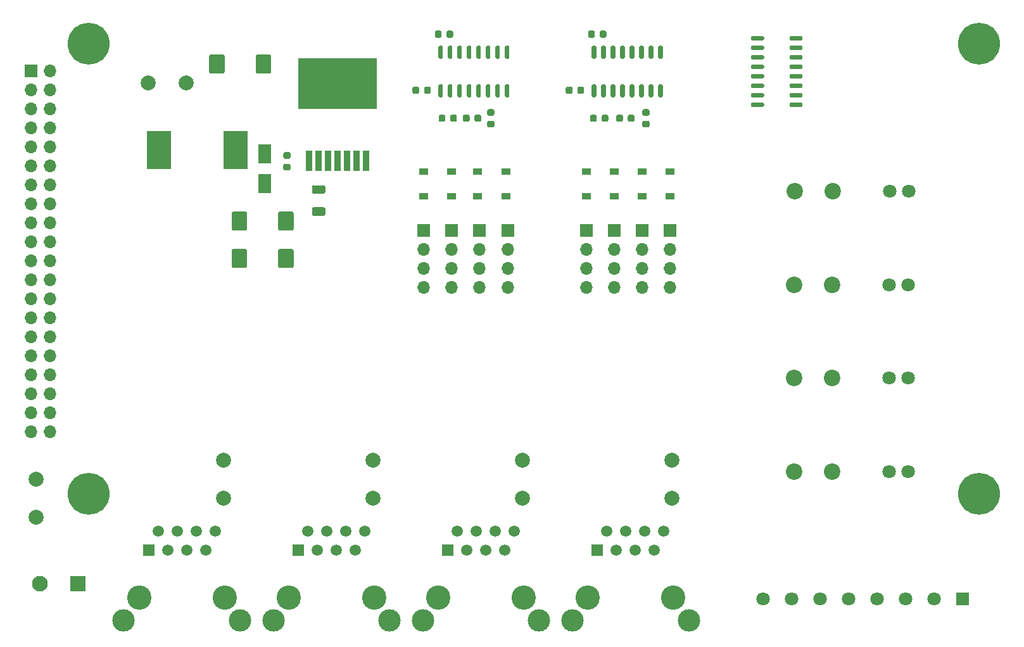
<source format=gts>
G04 #@! TF.GenerationSoftware,KiCad,Pcbnew,5.1.9*
G04 #@! TF.CreationDate,2021-02-24T22:30:28+01:00*
G04 #@! TF.ProjectId,rpi_module,7270695f-6d6f-4647-956c-652e6b696361,rev?*
G04 #@! TF.SameCoordinates,Original*
G04 #@! TF.FileFunction,Soldermask,Top*
G04 #@! TF.FilePolarity,Negative*
%FSLAX46Y46*%
G04 Gerber Fmt 4.6, Leading zero omitted, Abs format (unit mm)*
G04 Created by KiCad (PCBNEW 5.1.9) date 2021-02-24 22:30:28*
%MOMM*%
%LPD*%
G01*
G04 APERTURE LIST*
%ADD10R,3.300000X5.100000*%
%ADD11C,2.100000*%
%ADD12R,2.100000X2.100000*%
%ADD13C,1.800000*%
%ADD14R,1.800000X1.800000*%
%ADD15C,2.200000*%
%ADD16C,5.600000*%
%ADD17R,10.580000X6.840000*%
%ADD18R,0.890000X2.790000*%
%ADD19C,1.500000*%
%ADD20C,3.000000*%
%ADD21R,1.500000X1.500000*%
%ADD22C,3.250000*%
%ADD23O,1.700000X1.700000*%
%ADD24R,1.700000X1.700000*%
%ADD25C,2.000000*%
%ADD26R,1.200000X0.900000*%
%ADD27R,1.800000X2.500000*%
G04 APERTURE END LIST*
D10*
X219400000Y-83500000D03*
X229600000Y-83500000D03*
D11*
X203460000Y-141500000D03*
D12*
X208540000Y-141500000D03*
D13*
X300165000Y-143500000D03*
X303975000Y-143500000D03*
X307785000Y-143500000D03*
X311595000Y-143500000D03*
X315405000Y-143500000D03*
X319215000Y-143500000D03*
X323025000Y-143500000D03*
D14*
X326835000Y-143500000D03*
D13*
X319660000Y-89010500D03*
X317120000Y-89010500D03*
D15*
X304420000Y-89010500D03*
X309500000Y-89010500D03*
D13*
X319564500Y-101510500D03*
X317024500Y-101510500D03*
D15*
X304324500Y-101510500D03*
X309404500Y-101510500D03*
D13*
X319564500Y-114010500D03*
X317024500Y-114010500D03*
D15*
X304324500Y-114010500D03*
X309404500Y-114010500D03*
D13*
X319564500Y-126510500D03*
X317024500Y-126510500D03*
D15*
X304324500Y-126510500D03*
X309404500Y-126510500D03*
D16*
X329000000Y-129500000D03*
X329000000Y-69250000D03*
X210000000Y-69250000D03*
X210000000Y-129500000D03*
G36*
G01*
X303700000Y-68705000D02*
X303700000Y-68405000D01*
G75*
G02*
X303850000Y-68255000I150000J0D01*
G01*
X305300000Y-68255000D01*
G75*
G02*
X305450000Y-68405000I0J-150000D01*
G01*
X305450000Y-68705000D01*
G75*
G02*
X305300000Y-68855000I-150000J0D01*
G01*
X303850000Y-68855000D01*
G75*
G02*
X303700000Y-68705000I0J150000D01*
G01*
G37*
G36*
G01*
X303700000Y-69975000D02*
X303700000Y-69675000D01*
G75*
G02*
X303850000Y-69525000I150000J0D01*
G01*
X305300000Y-69525000D01*
G75*
G02*
X305450000Y-69675000I0J-150000D01*
G01*
X305450000Y-69975000D01*
G75*
G02*
X305300000Y-70125000I-150000J0D01*
G01*
X303850000Y-70125000D01*
G75*
G02*
X303700000Y-69975000I0J150000D01*
G01*
G37*
G36*
G01*
X303700000Y-71245000D02*
X303700000Y-70945000D01*
G75*
G02*
X303850000Y-70795000I150000J0D01*
G01*
X305300000Y-70795000D01*
G75*
G02*
X305450000Y-70945000I0J-150000D01*
G01*
X305450000Y-71245000D01*
G75*
G02*
X305300000Y-71395000I-150000J0D01*
G01*
X303850000Y-71395000D01*
G75*
G02*
X303700000Y-71245000I0J150000D01*
G01*
G37*
G36*
G01*
X303700000Y-72515000D02*
X303700000Y-72215000D01*
G75*
G02*
X303850000Y-72065000I150000J0D01*
G01*
X305300000Y-72065000D01*
G75*
G02*
X305450000Y-72215000I0J-150000D01*
G01*
X305450000Y-72515000D01*
G75*
G02*
X305300000Y-72665000I-150000J0D01*
G01*
X303850000Y-72665000D01*
G75*
G02*
X303700000Y-72515000I0J150000D01*
G01*
G37*
G36*
G01*
X303700000Y-73785000D02*
X303700000Y-73485000D01*
G75*
G02*
X303850000Y-73335000I150000J0D01*
G01*
X305300000Y-73335000D01*
G75*
G02*
X305450000Y-73485000I0J-150000D01*
G01*
X305450000Y-73785000D01*
G75*
G02*
X305300000Y-73935000I-150000J0D01*
G01*
X303850000Y-73935000D01*
G75*
G02*
X303700000Y-73785000I0J150000D01*
G01*
G37*
G36*
G01*
X303700000Y-75055000D02*
X303700000Y-74755000D01*
G75*
G02*
X303850000Y-74605000I150000J0D01*
G01*
X305300000Y-74605000D01*
G75*
G02*
X305450000Y-74755000I0J-150000D01*
G01*
X305450000Y-75055000D01*
G75*
G02*
X305300000Y-75205000I-150000J0D01*
G01*
X303850000Y-75205000D01*
G75*
G02*
X303700000Y-75055000I0J150000D01*
G01*
G37*
G36*
G01*
X303700000Y-76325000D02*
X303700000Y-76025000D01*
G75*
G02*
X303850000Y-75875000I150000J0D01*
G01*
X305300000Y-75875000D01*
G75*
G02*
X305450000Y-76025000I0J-150000D01*
G01*
X305450000Y-76325000D01*
G75*
G02*
X305300000Y-76475000I-150000J0D01*
G01*
X303850000Y-76475000D01*
G75*
G02*
X303700000Y-76325000I0J150000D01*
G01*
G37*
G36*
G01*
X303700000Y-77595000D02*
X303700000Y-77295000D01*
G75*
G02*
X303850000Y-77145000I150000J0D01*
G01*
X305300000Y-77145000D01*
G75*
G02*
X305450000Y-77295000I0J-150000D01*
G01*
X305450000Y-77595000D01*
G75*
G02*
X305300000Y-77745000I-150000J0D01*
G01*
X303850000Y-77745000D01*
G75*
G02*
X303700000Y-77595000I0J150000D01*
G01*
G37*
G36*
G01*
X298550000Y-77595000D02*
X298550000Y-77295000D01*
G75*
G02*
X298700000Y-77145000I150000J0D01*
G01*
X300150000Y-77145000D01*
G75*
G02*
X300300000Y-77295000I0J-150000D01*
G01*
X300300000Y-77595000D01*
G75*
G02*
X300150000Y-77745000I-150000J0D01*
G01*
X298700000Y-77745000D01*
G75*
G02*
X298550000Y-77595000I0J150000D01*
G01*
G37*
G36*
G01*
X298550000Y-76325000D02*
X298550000Y-76025000D01*
G75*
G02*
X298700000Y-75875000I150000J0D01*
G01*
X300150000Y-75875000D01*
G75*
G02*
X300300000Y-76025000I0J-150000D01*
G01*
X300300000Y-76325000D01*
G75*
G02*
X300150000Y-76475000I-150000J0D01*
G01*
X298700000Y-76475000D01*
G75*
G02*
X298550000Y-76325000I0J150000D01*
G01*
G37*
G36*
G01*
X298550000Y-75055000D02*
X298550000Y-74755000D01*
G75*
G02*
X298700000Y-74605000I150000J0D01*
G01*
X300150000Y-74605000D01*
G75*
G02*
X300300000Y-74755000I0J-150000D01*
G01*
X300300000Y-75055000D01*
G75*
G02*
X300150000Y-75205000I-150000J0D01*
G01*
X298700000Y-75205000D01*
G75*
G02*
X298550000Y-75055000I0J150000D01*
G01*
G37*
G36*
G01*
X298550000Y-73785000D02*
X298550000Y-73485000D01*
G75*
G02*
X298700000Y-73335000I150000J0D01*
G01*
X300150000Y-73335000D01*
G75*
G02*
X300300000Y-73485000I0J-150000D01*
G01*
X300300000Y-73785000D01*
G75*
G02*
X300150000Y-73935000I-150000J0D01*
G01*
X298700000Y-73935000D01*
G75*
G02*
X298550000Y-73785000I0J150000D01*
G01*
G37*
G36*
G01*
X298550000Y-72515000D02*
X298550000Y-72215000D01*
G75*
G02*
X298700000Y-72065000I150000J0D01*
G01*
X300150000Y-72065000D01*
G75*
G02*
X300300000Y-72215000I0J-150000D01*
G01*
X300300000Y-72515000D01*
G75*
G02*
X300150000Y-72665000I-150000J0D01*
G01*
X298700000Y-72665000D01*
G75*
G02*
X298550000Y-72515000I0J150000D01*
G01*
G37*
G36*
G01*
X298550000Y-71245000D02*
X298550000Y-70945000D01*
G75*
G02*
X298700000Y-70795000I150000J0D01*
G01*
X300150000Y-70795000D01*
G75*
G02*
X300300000Y-70945000I0J-150000D01*
G01*
X300300000Y-71245000D01*
G75*
G02*
X300150000Y-71395000I-150000J0D01*
G01*
X298700000Y-71395000D01*
G75*
G02*
X298550000Y-71245000I0J150000D01*
G01*
G37*
G36*
G01*
X298550000Y-69975000D02*
X298550000Y-69675000D01*
G75*
G02*
X298700000Y-69525000I150000J0D01*
G01*
X300150000Y-69525000D01*
G75*
G02*
X300300000Y-69675000I0J-150000D01*
G01*
X300300000Y-69975000D01*
G75*
G02*
X300150000Y-70125000I-150000J0D01*
G01*
X298700000Y-70125000D01*
G75*
G02*
X298550000Y-69975000I0J150000D01*
G01*
G37*
G36*
G01*
X298550000Y-68705000D02*
X298550000Y-68405000D01*
G75*
G02*
X298700000Y-68255000I150000J0D01*
G01*
X300150000Y-68255000D01*
G75*
G02*
X300300000Y-68405000I0J-150000D01*
G01*
X300300000Y-68705000D01*
G75*
G02*
X300150000Y-68855000I-150000J0D01*
G01*
X298700000Y-68855000D01*
G75*
G02*
X298550000Y-68705000I0J150000D01*
G01*
G37*
D17*
X243250000Y-74590000D03*
D18*
X247060000Y-84940000D03*
X245790000Y-84940000D03*
X244520000Y-84940000D03*
X243250000Y-84940000D03*
X241980000Y-84940000D03*
X240710000Y-84940000D03*
X239440000Y-84940000D03*
G36*
G01*
X277705000Y-71300000D02*
X277405000Y-71300000D01*
G75*
G02*
X277255000Y-71150000I0J150000D01*
G01*
X277255000Y-69700000D01*
G75*
G02*
X277405000Y-69550000I150000J0D01*
G01*
X277705000Y-69550000D01*
G75*
G02*
X277855000Y-69700000I0J-150000D01*
G01*
X277855000Y-71150000D01*
G75*
G02*
X277705000Y-71300000I-150000J0D01*
G01*
G37*
G36*
G01*
X278975000Y-71300000D02*
X278675000Y-71300000D01*
G75*
G02*
X278525000Y-71150000I0J150000D01*
G01*
X278525000Y-69700000D01*
G75*
G02*
X278675000Y-69550000I150000J0D01*
G01*
X278975000Y-69550000D01*
G75*
G02*
X279125000Y-69700000I0J-150000D01*
G01*
X279125000Y-71150000D01*
G75*
G02*
X278975000Y-71300000I-150000J0D01*
G01*
G37*
G36*
G01*
X280245000Y-71300000D02*
X279945000Y-71300000D01*
G75*
G02*
X279795000Y-71150000I0J150000D01*
G01*
X279795000Y-69700000D01*
G75*
G02*
X279945000Y-69550000I150000J0D01*
G01*
X280245000Y-69550000D01*
G75*
G02*
X280395000Y-69700000I0J-150000D01*
G01*
X280395000Y-71150000D01*
G75*
G02*
X280245000Y-71300000I-150000J0D01*
G01*
G37*
G36*
G01*
X281515000Y-71300000D02*
X281215000Y-71300000D01*
G75*
G02*
X281065000Y-71150000I0J150000D01*
G01*
X281065000Y-69700000D01*
G75*
G02*
X281215000Y-69550000I150000J0D01*
G01*
X281515000Y-69550000D01*
G75*
G02*
X281665000Y-69700000I0J-150000D01*
G01*
X281665000Y-71150000D01*
G75*
G02*
X281515000Y-71300000I-150000J0D01*
G01*
G37*
G36*
G01*
X282785000Y-71300000D02*
X282485000Y-71300000D01*
G75*
G02*
X282335000Y-71150000I0J150000D01*
G01*
X282335000Y-69700000D01*
G75*
G02*
X282485000Y-69550000I150000J0D01*
G01*
X282785000Y-69550000D01*
G75*
G02*
X282935000Y-69700000I0J-150000D01*
G01*
X282935000Y-71150000D01*
G75*
G02*
X282785000Y-71300000I-150000J0D01*
G01*
G37*
G36*
G01*
X284055000Y-71300000D02*
X283755000Y-71300000D01*
G75*
G02*
X283605000Y-71150000I0J150000D01*
G01*
X283605000Y-69700000D01*
G75*
G02*
X283755000Y-69550000I150000J0D01*
G01*
X284055000Y-69550000D01*
G75*
G02*
X284205000Y-69700000I0J-150000D01*
G01*
X284205000Y-71150000D01*
G75*
G02*
X284055000Y-71300000I-150000J0D01*
G01*
G37*
G36*
G01*
X285325000Y-71300000D02*
X285025000Y-71300000D01*
G75*
G02*
X284875000Y-71150000I0J150000D01*
G01*
X284875000Y-69700000D01*
G75*
G02*
X285025000Y-69550000I150000J0D01*
G01*
X285325000Y-69550000D01*
G75*
G02*
X285475000Y-69700000I0J-150000D01*
G01*
X285475000Y-71150000D01*
G75*
G02*
X285325000Y-71300000I-150000J0D01*
G01*
G37*
G36*
G01*
X286595000Y-71300000D02*
X286295000Y-71300000D01*
G75*
G02*
X286145000Y-71150000I0J150000D01*
G01*
X286145000Y-69700000D01*
G75*
G02*
X286295000Y-69550000I150000J0D01*
G01*
X286595000Y-69550000D01*
G75*
G02*
X286745000Y-69700000I0J-150000D01*
G01*
X286745000Y-71150000D01*
G75*
G02*
X286595000Y-71300000I-150000J0D01*
G01*
G37*
G36*
G01*
X286595000Y-76450000D02*
X286295000Y-76450000D01*
G75*
G02*
X286145000Y-76300000I0J150000D01*
G01*
X286145000Y-74850000D01*
G75*
G02*
X286295000Y-74700000I150000J0D01*
G01*
X286595000Y-74700000D01*
G75*
G02*
X286745000Y-74850000I0J-150000D01*
G01*
X286745000Y-76300000D01*
G75*
G02*
X286595000Y-76450000I-150000J0D01*
G01*
G37*
G36*
G01*
X285325000Y-76450000D02*
X285025000Y-76450000D01*
G75*
G02*
X284875000Y-76300000I0J150000D01*
G01*
X284875000Y-74850000D01*
G75*
G02*
X285025000Y-74700000I150000J0D01*
G01*
X285325000Y-74700000D01*
G75*
G02*
X285475000Y-74850000I0J-150000D01*
G01*
X285475000Y-76300000D01*
G75*
G02*
X285325000Y-76450000I-150000J0D01*
G01*
G37*
G36*
G01*
X284055000Y-76450000D02*
X283755000Y-76450000D01*
G75*
G02*
X283605000Y-76300000I0J150000D01*
G01*
X283605000Y-74850000D01*
G75*
G02*
X283755000Y-74700000I150000J0D01*
G01*
X284055000Y-74700000D01*
G75*
G02*
X284205000Y-74850000I0J-150000D01*
G01*
X284205000Y-76300000D01*
G75*
G02*
X284055000Y-76450000I-150000J0D01*
G01*
G37*
G36*
G01*
X282785000Y-76450000D02*
X282485000Y-76450000D01*
G75*
G02*
X282335000Y-76300000I0J150000D01*
G01*
X282335000Y-74850000D01*
G75*
G02*
X282485000Y-74700000I150000J0D01*
G01*
X282785000Y-74700000D01*
G75*
G02*
X282935000Y-74850000I0J-150000D01*
G01*
X282935000Y-76300000D01*
G75*
G02*
X282785000Y-76450000I-150000J0D01*
G01*
G37*
G36*
G01*
X281515000Y-76450000D02*
X281215000Y-76450000D01*
G75*
G02*
X281065000Y-76300000I0J150000D01*
G01*
X281065000Y-74850000D01*
G75*
G02*
X281215000Y-74700000I150000J0D01*
G01*
X281515000Y-74700000D01*
G75*
G02*
X281665000Y-74850000I0J-150000D01*
G01*
X281665000Y-76300000D01*
G75*
G02*
X281515000Y-76450000I-150000J0D01*
G01*
G37*
G36*
G01*
X280245000Y-76450000D02*
X279945000Y-76450000D01*
G75*
G02*
X279795000Y-76300000I0J150000D01*
G01*
X279795000Y-74850000D01*
G75*
G02*
X279945000Y-74700000I150000J0D01*
G01*
X280245000Y-74700000D01*
G75*
G02*
X280395000Y-74850000I0J-150000D01*
G01*
X280395000Y-76300000D01*
G75*
G02*
X280245000Y-76450000I-150000J0D01*
G01*
G37*
G36*
G01*
X278975000Y-76450000D02*
X278675000Y-76450000D01*
G75*
G02*
X278525000Y-76300000I0J150000D01*
G01*
X278525000Y-74850000D01*
G75*
G02*
X278675000Y-74700000I150000J0D01*
G01*
X278975000Y-74700000D01*
G75*
G02*
X279125000Y-74850000I0J-150000D01*
G01*
X279125000Y-76300000D01*
G75*
G02*
X278975000Y-76450000I-150000J0D01*
G01*
G37*
G36*
G01*
X277705000Y-76450000D02*
X277405000Y-76450000D01*
G75*
G02*
X277255000Y-76300000I0J150000D01*
G01*
X277255000Y-74850000D01*
G75*
G02*
X277405000Y-74700000I150000J0D01*
G01*
X277705000Y-74700000D01*
G75*
G02*
X277855000Y-74850000I0J-150000D01*
G01*
X277855000Y-76300000D01*
G75*
G02*
X277705000Y-76450000I-150000J0D01*
G01*
G37*
G36*
G01*
X257205000Y-71300000D02*
X256905000Y-71300000D01*
G75*
G02*
X256755000Y-71150000I0J150000D01*
G01*
X256755000Y-69700000D01*
G75*
G02*
X256905000Y-69550000I150000J0D01*
G01*
X257205000Y-69550000D01*
G75*
G02*
X257355000Y-69700000I0J-150000D01*
G01*
X257355000Y-71150000D01*
G75*
G02*
X257205000Y-71300000I-150000J0D01*
G01*
G37*
G36*
G01*
X258475000Y-71300000D02*
X258175000Y-71300000D01*
G75*
G02*
X258025000Y-71150000I0J150000D01*
G01*
X258025000Y-69700000D01*
G75*
G02*
X258175000Y-69550000I150000J0D01*
G01*
X258475000Y-69550000D01*
G75*
G02*
X258625000Y-69700000I0J-150000D01*
G01*
X258625000Y-71150000D01*
G75*
G02*
X258475000Y-71300000I-150000J0D01*
G01*
G37*
G36*
G01*
X259745000Y-71300000D02*
X259445000Y-71300000D01*
G75*
G02*
X259295000Y-71150000I0J150000D01*
G01*
X259295000Y-69700000D01*
G75*
G02*
X259445000Y-69550000I150000J0D01*
G01*
X259745000Y-69550000D01*
G75*
G02*
X259895000Y-69700000I0J-150000D01*
G01*
X259895000Y-71150000D01*
G75*
G02*
X259745000Y-71300000I-150000J0D01*
G01*
G37*
G36*
G01*
X261015000Y-71300000D02*
X260715000Y-71300000D01*
G75*
G02*
X260565000Y-71150000I0J150000D01*
G01*
X260565000Y-69700000D01*
G75*
G02*
X260715000Y-69550000I150000J0D01*
G01*
X261015000Y-69550000D01*
G75*
G02*
X261165000Y-69700000I0J-150000D01*
G01*
X261165000Y-71150000D01*
G75*
G02*
X261015000Y-71300000I-150000J0D01*
G01*
G37*
G36*
G01*
X262285000Y-71300000D02*
X261985000Y-71300000D01*
G75*
G02*
X261835000Y-71150000I0J150000D01*
G01*
X261835000Y-69700000D01*
G75*
G02*
X261985000Y-69550000I150000J0D01*
G01*
X262285000Y-69550000D01*
G75*
G02*
X262435000Y-69700000I0J-150000D01*
G01*
X262435000Y-71150000D01*
G75*
G02*
X262285000Y-71300000I-150000J0D01*
G01*
G37*
G36*
G01*
X263555000Y-71300000D02*
X263255000Y-71300000D01*
G75*
G02*
X263105000Y-71150000I0J150000D01*
G01*
X263105000Y-69700000D01*
G75*
G02*
X263255000Y-69550000I150000J0D01*
G01*
X263555000Y-69550000D01*
G75*
G02*
X263705000Y-69700000I0J-150000D01*
G01*
X263705000Y-71150000D01*
G75*
G02*
X263555000Y-71300000I-150000J0D01*
G01*
G37*
G36*
G01*
X264825000Y-71300000D02*
X264525000Y-71300000D01*
G75*
G02*
X264375000Y-71150000I0J150000D01*
G01*
X264375000Y-69700000D01*
G75*
G02*
X264525000Y-69550000I150000J0D01*
G01*
X264825000Y-69550000D01*
G75*
G02*
X264975000Y-69700000I0J-150000D01*
G01*
X264975000Y-71150000D01*
G75*
G02*
X264825000Y-71300000I-150000J0D01*
G01*
G37*
G36*
G01*
X266095000Y-71300000D02*
X265795000Y-71300000D01*
G75*
G02*
X265645000Y-71150000I0J150000D01*
G01*
X265645000Y-69700000D01*
G75*
G02*
X265795000Y-69550000I150000J0D01*
G01*
X266095000Y-69550000D01*
G75*
G02*
X266245000Y-69700000I0J-150000D01*
G01*
X266245000Y-71150000D01*
G75*
G02*
X266095000Y-71300000I-150000J0D01*
G01*
G37*
G36*
G01*
X266095000Y-76450000D02*
X265795000Y-76450000D01*
G75*
G02*
X265645000Y-76300000I0J150000D01*
G01*
X265645000Y-74850000D01*
G75*
G02*
X265795000Y-74700000I150000J0D01*
G01*
X266095000Y-74700000D01*
G75*
G02*
X266245000Y-74850000I0J-150000D01*
G01*
X266245000Y-76300000D01*
G75*
G02*
X266095000Y-76450000I-150000J0D01*
G01*
G37*
G36*
G01*
X264825000Y-76450000D02*
X264525000Y-76450000D01*
G75*
G02*
X264375000Y-76300000I0J150000D01*
G01*
X264375000Y-74850000D01*
G75*
G02*
X264525000Y-74700000I150000J0D01*
G01*
X264825000Y-74700000D01*
G75*
G02*
X264975000Y-74850000I0J-150000D01*
G01*
X264975000Y-76300000D01*
G75*
G02*
X264825000Y-76450000I-150000J0D01*
G01*
G37*
G36*
G01*
X263555000Y-76450000D02*
X263255000Y-76450000D01*
G75*
G02*
X263105000Y-76300000I0J150000D01*
G01*
X263105000Y-74850000D01*
G75*
G02*
X263255000Y-74700000I150000J0D01*
G01*
X263555000Y-74700000D01*
G75*
G02*
X263705000Y-74850000I0J-150000D01*
G01*
X263705000Y-76300000D01*
G75*
G02*
X263555000Y-76450000I-150000J0D01*
G01*
G37*
G36*
G01*
X262285000Y-76450000D02*
X261985000Y-76450000D01*
G75*
G02*
X261835000Y-76300000I0J150000D01*
G01*
X261835000Y-74850000D01*
G75*
G02*
X261985000Y-74700000I150000J0D01*
G01*
X262285000Y-74700000D01*
G75*
G02*
X262435000Y-74850000I0J-150000D01*
G01*
X262435000Y-76300000D01*
G75*
G02*
X262285000Y-76450000I-150000J0D01*
G01*
G37*
G36*
G01*
X261015000Y-76450000D02*
X260715000Y-76450000D01*
G75*
G02*
X260565000Y-76300000I0J150000D01*
G01*
X260565000Y-74850000D01*
G75*
G02*
X260715000Y-74700000I150000J0D01*
G01*
X261015000Y-74700000D01*
G75*
G02*
X261165000Y-74850000I0J-150000D01*
G01*
X261165000Y-76300000D01*
G75*
G02*
X261015000Y-76450000I-150000J0D01*
G01*
G37*
G36*
G01*
X259745000Y-76450000D02*
X259445000Y-76450000D01*
G75*
G02*
X259295000Y-76300000I0J150000D01*
G01*
X259295000Y-74850000D01*
G75*
G02*
X259445000Y-74700000I150000J0D01*
G01*
X259745000Y-74700000D01*
G75*
G02*
X259895000Y-74850000I0J-150000D01*
G01*
X259895000Y-76300000D01*
G75*
G02*
X259745000Y-76450000I-150000J0D01*
G01*
G37*
G36*
G01*
X258475000Y-76450000D02*
X258175000Y-76450000D01*
G75*
G02*
X258025000Y-76300000I0J150000D01*
G01*
X258025000Y-74850000D01*
G75*
G02*
X258175000Y-74700000I150000J0D01*
G01*
X258475000Y-74700000D01*
G75*
G02*
X258625000Y-74850000I0J-150000D01*
G01*
X258625000Y-76300000D01*
G75*
G02*
X258475000Y-76450000I-150000J0D01*
G01*
G37*
G36*
G01*
X257205000Y-76450000D02*
X256905000Y-76450000D01*
G75*
G02*
X256755000Y-76300000I0J150000D01*
G01*
X256755000Y-74850000D01*
G75*
G02*
X256905000Y-74700000I150000J0D01*
G01*
X257205000Y-74700000D01*
G75*
G02*
X257355000Y-74850000I0J-150000D01*
G01*
X257355000Y-76300000D01*
G75*
G02*
X257205000Y-76450000I-150000J0D01*
G01*
G37*
D19*
X284350000Y-134460000D03*
X286890000Y-134460000D03*
D20*
X274675000Y-146400000D03*
D19*
X279270000Y-134460000D03*
D21*
X278000000Y-137000000D03*
D19*
X285620000Y-137000000D03*
X281810000Y-134460000D03*
X283080000Y-137000000D03*
X280540000Y-137000000D03*
D22*
X276730000Y-143350000D03*
D20*
X290215000Y-146400000D03*
D22*
X288160000Y-143350000D03*
D19*
X264350000Y-134460000D03*
X266890000Y-134460000D03*
D20*
X254675000Y-146400000D03*
D19*
X259270000Y-134460000D03*
D21*
X258000000Y-137000000D03*
D19*
X265620000Y-137000000D03*
X261810000Y-134460000D03*
X263080000Y-137000000D03*
X260540000Y-137000000D03*
D22*
X256730000Y-143350000D03*
D20*
X270215000Y-146400000D03*
D22*
X268160000Y-143350000D03*
D19*
X244350000Y-134460000D03*
X246890000Y-134460000D03*
D20*
X234675000Y-146400000D03*
D19*
X239270000Y-134460000D03*
D21*
X238000000Y-137000000D03*
D19*
X245620000Y-137000000D03*
X241810000Y-134460000D03*
X243080000Y-137000000D03*
X240540000Y-137000000D03*
D22*
X236730000Y-143350000D03*
D20*
X250215000Y-146400000D03*
D22*
X248160000Y-143350000D03*
D19*
X224350000Y-134460000D03*
X226890000Y-134460000D03*
D20*
X214675000Y-146400000D03*
D19*
X219270000Y-134460000D03*
D21*
X218000000Y-137000000D03*
D19*
X225620000Y-137000000D03*
X221810000Y-134460000D03*
X223080000Y-137000000D03*
X220540000Y-137000000D03*
D22*
X216730000Y-143350000D03*
D20*
X230215000Y-146400000D03*
D22*
X228160000Y-143350000D03*
D23*
X287750000Y-101870000D03*
X287750000Y-99330000D03*
X287750000Y-96790000D03*
D24*
X287750000Y-94250000D03*
D23*
X284000000Y-101870000D03*
X284000000Y-99330000D03*
X284000000Y-96790000D03*
D24*
X284000000Y-94250000D03*
D23*
X280250000Y-101870000D03*
X280250000Y-99330000D03*
X280250000Y-96790000D03*
D24*
X280250000Y-94250000D03*
D23*
X276500000Y-101870000D03*
X276500000Y-99330000D03*
X276500000Y-96790000D03*
D24*
X276500000Y-94250000D03*
D23*
X266000000Y-101870000D03*
X266000000Y-99330000D03*
X266000000Y-96790000D03*
D24*
X266000000Y-94250000D03*
D23*
X262250000Y-101870000D03*
X262250000Y-99330000D03*
X262250000Y-96790000D03*
D24*
X262250000Y-94250000D03*
D23*
X258500000Y-101870000D03*
X258500000Y-99330000D03*
X258500000Y-96790000D03*
D24*
X258500000Y-94250000D03*
D23*
X254750000Y-101870000D03*
X254750000Y-99330000D03*
X254750000Y-96790000D03*
D24*
X254750000Y-94250000D03*
D25*
X287990000Y-130080000D03*
X288000000Y-125000000D03*
X267990000Y-130080000D03*
X268000000Y-125000000D03*
X247990000Y-130080000D03*
X248000000Y-125000000D03*
X227990000Y-130080000D03*
X228000000Y-125000000D03*
X217920000Y-74490000D03*
X223000000Y-74500000D03*
X202990000Y-132580000D03*
X203000000Y-127500000D03*
D26*
X287750000Y-86350000D03*
X287750000Y-89650000D03*
X284000000Y-86350000D03*
X284000000Y-89650000D03*
X280250000Y-86350000D03*
X280250000Y-89650000D03*
X276500000Y-86350000D03*
X276500000Y-89650000D03*
X265750000Y-86350000D03*
X265750000Y-89650000D03*
X262000000Y-86350000D03*
X262000000Y-89650000D03*
X258500000Y-86350000D03*
X258500000Y-89650000D03*
X254750000Y-86350000D03*
X254750000Y-89650000D03*
D27*
X233500000Y-88000000D03*
X233500000Y-84000000D03*
G36*
G01*
X232325000Y-73025000D02*
X232325000Y-70975000D01*
G75*
G02*
X232575000Y-70725000I250000J0D01*
G01*
X234150000Y-70725000D01*
G75*
G02*
X234400000Y-70975000I0J-250000D01*
G01*
X234400000Y-73025000D01*
G75*
G02*
X234150000Y-73275000I-250000J0D01*
G01*
X232575000Y-73275000D01*
G75*
G02*
X232325000Y-73025000I0J250000D01*
G01*
G37*
G36*
G01*
X226100000Y-73025000D02*
X226100000Y-70975000D01*
G75*
G02*
X226350000Y-70725000I250000J0D01*
G01*
X227925000Y-70725000D01*
G75*
G02*
X228175000Y-70975000I0J-250000D01*
G01*
X228175000Y-73025000D01*
G75*
G02*
X227925000Y-73275000I-250000J0D01*
G01*
X226350000Y-73275000D01*
G75*
G02*
X226100000Y-73025000I0J250000D01*
G01*
G37*
G36*
G01*
X236250000Y-85325000D02*
X236750000Y-85325000D01*
G75*
G02*
X236975000Y-85550000I0J-225000D01*
G01*
X236975000Y-86000000D01*
G75*
G02*
X236750000Y-86225000I-225000J0D01*
G01*
X236250000Y-86225000D01*
G75*
G02*
X236025000Y-86000000I0J225000D01*
G01*
X236025000Y-85550000D01*
G75*
G02*
X236250000Y-85325000I225000J0D01*
G01*
G37*
G36*
G01*
X236250000Y-83775000D02*
X236750000Y-83775000D01*
G75*
G02*
X236975000Y-84000000I0J-225000D01*
G01*
X236975000Y-84450000D01*
G75*
G02*
X236750000Y-84675000I-225000J0D01*
G01*
X236250000Y-84675000D01*
G75*
G02*
X236025000Y-84450000I0J225000D01*
G01*
X236025000Y-84000000D01*
G75*
G02*
X236250000Y-83775000I225000J0D01*
G01*
G37*
G36*
G01*
X241400001Y-89350000D02*
X240099999Y-89350000D01*
G75*
G02*
X239850000Y-89100001I0J249999D01*
G01*
X239850000Y-88449999D01*
G75*
G02*
X240099999Y-88200000I249999J0D01*
G01*
X241400001Y-88200000D01*
G75*
G02*
X241650000Y-88449999I0J-249999D01*
G01*
X241650000Y-89100001D01*
G75*
G02*
X241400001Y-89350000I-249999J0D01*
G01*
G37*
G36*
G01*
X241400001Y-92300000D02*
X240099999Y-92300000D01*
G75*
G02*
X239850000Y-92050001I0J249999D01*
G01*
X239850000Y-91399999D01*
G75*
G02*
X240099999Y-91150000I249999J0D01*
G01*
X241400001Y-91150000D01*
G75*
G02*
X241650000Y-91399999I0J-249999D01*
G01*
X241650000Y-92050001D01*
G75*
G02*
X241400001Y-92300000I-249999J0D01*
G01*
G37*
G36*
G01*
X231175000Y-91975000D02*
X231175000Y-94025000D01*
G75*
G02*
X230925000Y-94275000I-250000J0D01*
G01*
X229350000Y-94275000D01*
G75*
G02*
X229100000Y-94025000I0J250000D01*
G01*
X229100000Y-91975000D01*
G75*
G02*
X229350000Y-91725000I250000J0D01*
G01*
X230925000Y-91725000D01*
G75*
G02*
X231175000Y-91975000I0J-250000D01*
G01*
G37*
G36*
G01*
X237400000Y-91975000D02*
X237400000Y-94025000D01*
G75*
G02*
X237150000Y-94275000I-250000J0D01*
G01*
X235575000Y-94275000D01*
G75*
G02*
X235325000Y-94025000I0J250000D01*
G01*
X235325000Y-91975000D01*
G75*
G02*
X235575000Y-91725000I250000J0D01*
G01*
X237150000Y-91725000D01*
G75*
G02*
X237400000Y-91975000I0J-250000D01*
G01*
G37*
G36*
G01*
X231175000Y-96975000D02*
X231175000Y-99025000D01*
G75*
G02*
X230925000Y-99275000I-250000J0D01*
G01*
X229350000Y-99275000D01*
G75*
G02*
X229100000Y-99025000I0J250000D01*
G01*
X229100000Y-96975000D01*
G75*
G02*
X229350000Y-96725000I250000J0D01*
G01*
X230925000Y-96725000D01*
G75*
G02*
X231175000Y-96975000I0J-250000D01*
G01*
G37*
G36*
G01*
X237400000Y-96975000D02*
X237400000Y-99025000D01*
G75*
G02*
X237150000Y-99275000I-250000J0D01*
G01*
X235575000Y-99275000D01*
G75*
G02*
X235325000Y-99025000I0J250000D01*
G01*
X235325000Y-96975000D01*
G75*
G02*
X235575000Y-96725000I250000J0D01*
G01*
X237150000Y-96725000D01*
G75*
G02*
X237400000Y-96975000I0J-250000D01*
G01*
G37*
G36*
G01*
X277675000Y-67750000D02*
X277675000Y-68250000D01*
G75*
G02*
X277450000Y-68475000I-225000J0D01*
G01*
X277000000Y-68475000D01*
G75*
G02*
X276775000Y-68250000I0J225000D01*
G01*
X276775000Y-67750000D01*
G75*
G02*
X277000000Y-67525000I225000J0D01*
G01*
X277450000Y-67525000D01*
G75*
G02*
X277675000Y-67750000I0J-225000D01*
G01*
G37*
G36*
G01*
X279225000Y-67750000D02*
X279225000Y-68250000D01*
G75*
G02*
X279000000Y-68475000I-225000J0D01*
G01*
X278550000Y-68475000D01*
G75*
G02*
X278325000Y-68250000I0J225000D01*
G01*
X278325000Y-67750000D01*
G75*
G02*
X278550000Y-67525000I225000J0D01*
G01*
X279000000Y-67525000D01*
G75*
G02*
X279225000Y-67750000I0J-225000D01*
G01*
G37*
G36*
G01*
X284750000Y-78925000D02*
X284250000Y-78925000D01*
G75*
G02*
X284025000Y-78700000I0J225000D01*
G01*
X284025000Y-78250000D01*
G75*
G02*
X284250000Y-78025000I225000J0D01*
G01*
X284750000Y-78025000D01*
G75*
G02*
X284975000Y-78250000I0J-225000D01*
G01*
X284975000Y-78700000D01*
G75*
G02*
X284750000Y-78925000I-225000J0D01*
G01*
G37*
G36*
G01*
X284750000Y-80475000D02*
X284250000Y-80475000D01*
G75*
G02*
X284025000Y-80250000I0J225000D01*
G01*
X284025000Y-79800000D01*
G75*
G02*
X284250000Y-79575000I225000J0D01*
G01*
X284750000Y-79575000D01*
G75*
G02*
X284975000Y-79800000I0J-225000D01*
G01*
X284975000Y-80250000D01*
G75*
G02*
X284750000Y-80475000I-225000J0D01*
G01*
G37*
G36*
G01*
X275325000Y-75750000D02*
X275325000Y-75250000D01*
G75*
G02*
X275550000Y-75025000I225000J0D01*
G01*
X276000000Y-75025000D01*
G75*
G02*
X276225000Y-75250000I0J-225000D01*
G01*
X276225000Y-75750000D01*
G75*
G02*
X276000000Y-75975000I-225000J0D01*
G01*
X275550000Y-75975000D01*
G75*
G02*
X275325000Y-75750000I0J225000D01*
G01*
G37*
G36*
G01*
X273775000Y-75750000D02*
X273775000Y-75250000D01*
G75*
G02*
X274000000Y-75025000I225000J0D01*
G01*
X274450000Y-75025000D01*
G75*
G02*
X274675000Y-75250000I0J-225000D01*
G01*
X274675000Y-75750000D01*
G75*
G02*
X274450000Y-75975000I-225000J0D01*
G01*
X274000000Y-75975000D01*
G75*
G02*
X273775000Y-75750000I0J225000D01*
G01*
G37*
G36*
G01*
X282075000Y-79500000D02*
X282075000Y-79000000D01*
G75*
G02*
X282300000Y-78775000I225000J0D01*
G01*
X282750000Y-78775000D01*
G75*
G02*
X282975000Y-79000000I0J-225000D01*
G01*
X282975000Y-79500000D01*
G75*
G02*
X282750000Y-79725000I-225000J0D01*
G01*
X282300000Y-79725000D01*
G75*
G02*
X282075000Y-79500000I0J225000D01*
G01*
G37*
G36*
G01*
X280525000Y-79500000D02*
X280525000Y-79000000D01*
G75*
G02*
X280750000Y-78775000I225000J0D01*
G01*
X281200000Y-78775000D01*
G75*
G02*
X281425000Y-79000000I0J-225000D01*
G01*
X281425000Y-79500000D01*
G75*
G02*
X281200000Y-79725000I-225000J0D01*
G01*
X280750000Y-79725000D01*
G75*
G02*
X280525000Y-79500000I0J225000D01*
G01*
G37*
G36*
G01*
X278575000Y-79500000D02*
X278575000Y-79000000D01*
G75*
G02*
X278800000Y-78775000I225000J0D01*
G01*
X279250000Y-78775000D01*
G75*
G02*
X279475000Y-79000000I0J-225000D01*
G01*
X279475000Y-79500000D01*
G75*
G02*
X279250000Y-79725000I-225000J0D01*
G01*
X278800000Y-79725000D01*
G75*
G02*
X278575000Y-79500000I0J225000D01*
G01*
G37*
G36*
G01*
X277025000Y-79500000D02*
X277025000Y-79000000D01*
G75*
G02*
X277250000Y-78775000I225000J0D01*
G01*
X277700000Y-78775000D01*
G75*
G02*
X277925000Y-79000000I0J-225000D01*
G01*
X277925000Y-79500000D01*
G75*
G02*
X277700000Y-79725000I-225000J0D01*
G01*
X277250000Y-79725000D01*
G75*
G02*
X277025000Y-79500000I0J225000D01*
G01*
G37*
G36*
G01*
X257175000Y-67750000D02*
X257175000Y-68250000D01*
G75*
G02*
X256950000Y-68475000I-225000J0D01*
G01*
X256500000Y-68475000D01*
G75*
G02*
X256275000Y-68250000I0J225000D01*
G01*
X256275000Y-67750000D01*
G75*
G02*
X256500000Y-67525000I225000J0D01*
G01*
X256950000Y-67525000D01*
G75*
G02*
X257175000Y-67750000I0J-225000D01*
G01*
G37*
G36*
G01*
X258725000Y-67750000D02*
X258725000Y-68250000D01*
G75*
G02*
X258500000Y-68475000I-225000J0D01*
G01*
X258050000Y-68475000D01*
G75*
G02*
X257825000Y-68250000I0J225000D01*
G01*
X257825000Y-67750000D01*
G75*
G02*
X258050000Y-67525000I225000J0D01*
G01*
X258500000Y-67525000D01*
G75*
G02*
X258725000Y-67750000I0J-225000D01*
G01*
G37*
G36*
G01*
X264000000Y-78925000D02*
X263500000Y-78925000D01*
G75*
G02*
X263275000Y-78700000I0J225000D01*
G01*
X263275000Y-78250000D01*
G75*
G02*
X263500000Y-78025000I225000J0D01*
G01*
X264000000Y-78025000D01*
G75*
G02*
X264225000Y-78250000I0J-225000D01*
G01*
X264225000Y-78700000D01*
G75*
G02*
X264000000Y-78925000I-225000J0D01*
G01*
G37*
G36*
G01*
X264000000Y-80475000D02*
X263500000Y-80475000D01*
G75*
G02*
X263275000Y-80250000I0J225000D01*
G01*
X263275000Y-79800000D01*
G75*
G02*
X263500000Y-79575000I225000J0D01*
G01*
X264000000Y-79575000D01*
G75*
G02*
X264225000Y-79800000I0J-225000D01*
G01*
X264225000Y-80250000D01*
G75*
G02*
X264000000Y-80475000I-225000J0D01*
G01*
G37*
G36*
G01*
X254825000Y-75750000D02*
X254825000Y-75250000D01*
G75*
G02*
X255050000Y-75025000I225000J0D01*
G01*
X255500000Y-75025000D01*
G75*
G02*
X255725000Y-75250000I0J-225000D01*
G01*
X255725000Y-75750000D01*
G75*
G02*
X255500000Y-75975000I-225000J0D01*
G01*
X255050000Y-75975000D01*
G75*
G02*
X254825000Y-75750000I0J225000D01*
G01*
G37*
G36*
G01*
X253275000Y-75750000D02*
X253275000Y-75250000D01*
G75*
G02*
X253500000Y-75025000I225000J0D01*
G01*
X253950000Y-75025000D01*
G75*
G02*
X254175000Y-75250000I0J-225000D01*
G01*
X254175000Y-75750000D01*
G75*
G02*
X253950000Y-75975000I-225000J0D01*
G01*
X253500000Y-75975000D01*
G75*
G02*
X253275000Y-75750000I0J225000D01*
G01*
G37*
G36*
G01*
X261575000Y-79500000D02*
X261575000Y-79000000D01*
G75*
G02*
X261800000Y-78775000I225000J0D01*
G01*
X262250000Y-78775000D01*
G75*
G02*
X262475000Y-79000000I0J-225000D01*
G01*
X262475000Y-79500000D01*
G75*
G02*
X262250000Y-79725000I-225000J0D01*
G01*
X261800000Y-79725000D01*
G75*
G02*
X261575000Y-79500000I0J225000D01*
G01*
G37*
G36*
G01*
X260025000Y-79500000D02*
X260025000Y-79000000D01*
G75*
G02*
X260250000Y-78775000I225000J0D01*
G01*
X260700000Y-78775000D01*
G75*
G02*
X260925000Y-79000000I0J-225000D01*
G01*
X260925000Y-79500000D01*
G75*
G02*
X260700000Y-79725000I-225000J0D01*
G01*
X260250000Y-79725000D01*
G75*
G02*
X260025000Y-79500000I0J225000D01*
G01*
G37*
G36*
G01*
X258325000Y-79500000D02*
X258325000Y-79000000D01*
G75*
G02*
X258550000Y-78775000I225000J0D01*
G01*
X259000000Y-78775000D01*
G75*
G02*
X259225000Y-79000000I0J-225000D01*
G01*
X259225000Y-79500000D01*
G75*
G02*
X259000000Y-79725000I-225000J0D01*
G01*
X258550000Y-79725000D01*
G75*
G02*
X258325000Y-79500000I0J225000D01*
G01*
G37*
G36*
G01*
X256775000Y-79500000D02*
X256775000Y-79000000D01*
G75*
G02*
X257000000Y-78775000I225000J0D01*
G01*
X257450000Y-78775000D01*
G75*
G02*
X257675000Y-79000000I0J-225000D01*
G01*
X257675000Y-79500000D01*
G75*
G02*
X257450000Y-79725000I-225000J0D01*
G01*
X257000000Y-79725000D01*
G75*
G02*
X256775000Y-79500000I0J225000D01*
G01*
G37*
D23*
X204790000Y-121150000D03*
X202250000Y-121150000D03*
X204790000Y-118610000D03*
X202250000Y-118610000D03*
X204790000Y-116070000D03*
X202250000Y-116070000D03*
X204790000Y-113530000D03*
X202250000Y-113530000D03*
X204790000Y-110990000D03*
X202250000Y-110990000D03*
X204790000Y-108450000D03*
X202250000Y-108450000D03*
X204790000Y-105910000D03*
X202250000Y-105910000D03*
X204790000Y-103370000D03*
X202250000Y-103370000D03*
X204790000Y-100830000D03*
X202250000Y-100830000D03*
X204790000Y-98290000D03*
X202250000Y-98290000D03*
X204790000Y-95750000D03*
X202250000Y-95750000D03*
X204790000Y-93210000D03*
X202250000Y-93210000D03*
X204790000Y-90670000D03*
X202250000Y-90670000D03*
X204790000Y-88130000D03*
X202250000Y-88130000D03*
X204790000Y-85590000D03*
X202250000Y-85590000D03*
X204790000Y-83050000D03*
X202250000Y-83050000D03*
X204790000Y-80510000D03*
X202250000Y-80510000D03*
X204790000Y-77970000D03*
X202250000Y-77970000D03*
X204790000Y-75430000D03*
X202250000Y-75430000D03*
X204790000Y-72890000D03*
D24*
X202250000Y-72890000D03*
M02*

</source>
